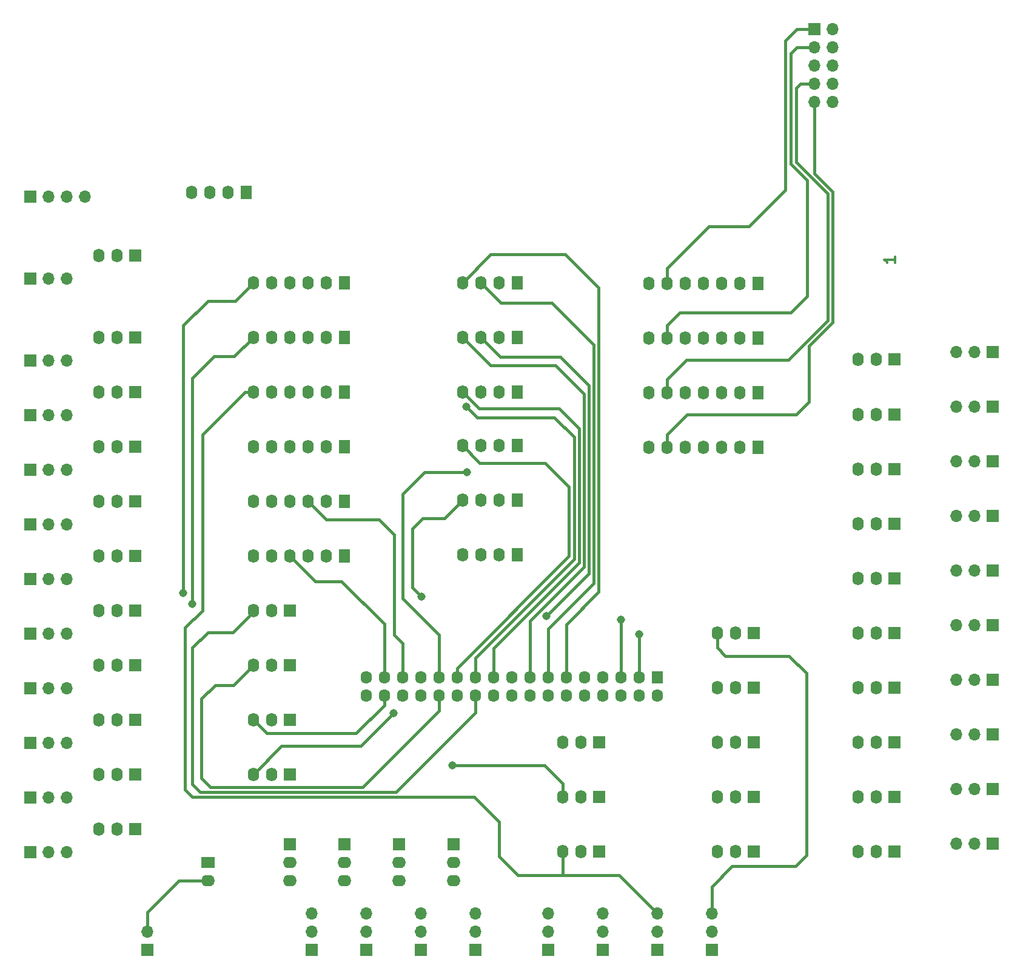
<source format=gbr>
%TF.GenerationSoftware,KiCad,Pcbnew,6.0.8-f2edbf62ab~116~ubuntu20.04.1*%
%TF.CreationDate,2022-12-16T17:31:30-08:00*%
%TF.ProjectId,RRIB2,52524942-322e-46b6-9963-61645f706362,V1.0*%
%TF.SameCoordinates,PX4fefde0PYc90dba0*%
%TF.FileFunction,Copper,L1,Top*%
%TF.FilePolarity,Positive*%
%FSLAX46Y46*%
G04 Gerber Fmt 4.6, Leading zero omitted, Abs format (unit mm)*
G04 Created by KiCad (PCBNEW 6.0.8-f2edbf62ab~116~ubuntu20.04.1) date 2022-12-16 17:31:30*
%MOMM*%
%LPD*%
G01*
G04 APERTURE LIST*
%ADD10C,0.300000*%
%TA.AperFunction,NonConductor*%
%ADD11C,0.300000*%
%TD*%
%TA.AperFunction,ComponentPad*%
%ADD12R,1.600200X1.905000*%
%TD*%
%TA.AperFunction,ComponentPad*%
%ADD13O,1.600200X1.905000*%
%TD*%
%TA.AperFunction,ComponentPad*%
%ADD14R,1.651000X1.778000*%
%TD*%
%TA.AperFunction,ComponentPad*%
%ADD15R,1.905000X1.600200*%
%TD*%
%TA.AperFunction,ComponentPad*%
%ADD16O,1.905000X1.600200*%
%TD*%
%TA.AperFunction,ComponentPad*%
%ADD17R,1.778000X1.651000*%
%TD*%
%TA.AperFunction,ComponentPad*%
%ADD18R,1.700000X1.700000*%
%TD*%
%TA.AperFunction,ComponentPad*%
%ADD19O,1.700000X1.700000*%
%TD*%
%TA.AperFunction,ComponentPad*%
%ADD20R,1.600200X1.778000*%
%TD*%
%TA.AperFunction,ComponentPad*%
%ADD21O,1.600200X1.778000*%
%TD*%
%TA.AperFunction,ViaPad*%
%ADD22C,1.143000*%
%TD*%
%TA.AperFunction,Conductor*%
%ADD23C,0.381000*%
%TD*%
G04 APERTURE END LIST*
D10*
D11*
X123233571Y100123572D02*
X123233571Y99266429D01*
X123233571Y99695000D02*
X121733571Y99695000D01*
X121947857Y99552143D01*
X122090714Y99409286D01*
X122162142Y99266429D01*
D12*
%TO.P,J79,1,Pin_1*%
%TO.N,/GND*%
X32639000Y109093000D03*
D13*
%TO.P,J79,2,Pin_2*%
%TO.N,/3V3*%
X30099000Y109093000D03*
%TO.P,J79,3,Pin_3*%
%TO.N,/SCL*%
X27559000Y109093000D03*
%TO.P,J79,4,Pin_4*%
%TO.N,/SDA*%
X25019000Y109093000D03*
%TD*%
D14*
%TO.P,J6,1,Pin_1*%
%TO.N,/GND*%
X17145000Y50800000D03*
D13*
%TO.P,J6,2,Pin_2*%
%TO.N,/5V0*%
X14605000Y50800000D03*
%TO.P,J6,3,Pin_3*%
%TO.N,/DIO5*%
X12065000Y50800000D03*
%TD*%
D12*
%TO.P,J81,1,Pin_1*%
%TO.N,/GND*%
X104140000Y88773000D03*
D13*
%TO.P,J81,2,Pin_2*%
%TO.N,/5V0*%
X101600000Y88773000D03*
%TO.P,J81,3,Pin_3*%
%TO.N,/SCLK*%
X99060000Y88773000D03*
%TO.P,J81,4,Pin_4*%
%TO.N,/MOSI*%
X96520000Y88773000D03*
%TO.P,J81,5,Pin_5*%
%TO.N,/MISO*%
X93980000Y88773000D03*
%TO.P,J81,6,Pin_6*%
%TO.N,/~{CS1}*%
X91440000Y88773000D03*
%TO.P,J81,7,Pin_7*%
%TO.N,/3V3*%
X88900000Y88773000D03*
%TD*%
D14*
%TO.P,J66,1,Pin_1*%
%TO.N,/GND*%
X123190000Y17145000D03*
D13*
%TO.P,J66,2,Pin_2*%
%TO.N,/6V0*%
X120650000Y17145000D03*
%TO.P,J66,3,Pin_3*%
%TO.N,/PWM9*%
X118110000Y17145000D03*
%TD*%
D14*
%TO.P,J14,1,Pin_1*%
%TO.N,/GND*%
X38735000Y27940000D03*
D13*
%TO.P,J14,2,Pin_2*%
%TO.N,/5V0*%
X36195000Y27940000D03*
%TO.P,J14,3,Pin_3*%
%TO.N,/DIO25*%
X33655000Y27940000D03*
%TD*%
D14*
%TO.P,J47,1,Pin_1*%
%TO.N,/GND*%
X103505000Y24765000D03*
D13*
%TO.P,J47,2,Pin_2*%
%TO.N,/5V0*%
X100965000Y24765000D03*
%TO.P,J47,3,Pin_3*%
%TO.N,/AIN6*%
X98425000Y24765000D03*
%TD*%
D12*
%TO.P,J25,1,Pin_1*%
%TO.N,/GND*%
X70485000Y96520000D03*
D13*
%TO.P,J25,2,Pin_2*%
%TO.N,/5V0*%
X67945000Y96520000D03*
%TO.P,J25,3,Pin_3*%
%TO.N,/A0*%
X65405000Y96520000D03*
%TO.P,J25,4,Pin_4*%
%TO.N,/B0*%
X62865000Y96520000D03*
%TD*%
D14*
%TO.P,J12,1,Pin_1*%
%TO.N,/GND*%
X38735000Y43180000D03*
D13*
%TO.P,J12,2,Pin_2*%
%TO.N,/5V0*%
X36195000Y43180000D03*
%TO.P,J12,3,Pin_3*%
%TO.N,/DIO23*%
X33655000Y43180000D03*
%TD*%
D12*
%TO.P,J83,1,Pin_1*%
%TO.N,/GND*%
X104140000Y73533000D03*
D13*
%TO.P,J83,2,Pin_2*%
%TO.N,/5V0*%
X101600000Y73533000D03*
%TO.P,J83,3,Pin_3*%
%TO.N,/SCLK*%
X99060000Y73533000D03*
%TO.P,J83,4,Pin_4*%
%TO.N,/MOSI*%
X96520000Y73533000D03*
%TO.P,J83,5,Pin_5*%
%TO.N,/MISO*%
X93980000Y73533000D03*
%TO.P,J83,6,Pin_6*%
%TO.N,/~{CS3}*%
X91440000Y73533000D03*
%TO.P,J83,7,Pin_7*%
%TO.N,/3V3*%
X88900000Y73533000D03*
%TD*%
D14*
%TO.P,J42,1,Pin_1*%
%TO.N,/GND*%
X81915000Y24765000D03*
D13*
%TO.P,J42,2,Pin_2*%
%TO.N,/5V0*%
X79375000Y24765000D03*
%TO.P,J42,3,Pin_3*%
%TO.N,/AIN1*%
X76835000Y24765000D03*
%TD*%
D15*
%TO.P,J77,1,Pin_1*%
%TO.N,/RSL_GND*%
X27332000Y15614000D03*
D16*
%TO.P,J77,2,Pin_2*%
%TO.N,/RSL*%
X27332000Y13074000D03*
%TD*%
D14*
%TO.P,J60,1,Pin_1*%
%TO.N,/GND*%
X123190000Y62865000D03*
D13*
%TO.P,J60,2,Pin_2*%
%TO.N,/6V0*%
X120650000Y62865000D03*
%TO.P,J60,3,Pin_3*%
%TO.N,/PWM3*%
X118110000Y62865000D03*
%TD*%
D12*
%TO.P,J35,1,Pin_1*%
%TO.N,/GND*%
X46355000Y66040000D03*
D13*
%TO.P,J35,2,Pin_2*%
%TO.N,/5V0*%
X43815000Y66040000D03*
%TO.P,J35,3,Pin_3*%
%TO.N,/A4*%
X41275000Y66040000D03*
%TO.P,J35,4,Pin_4*%
%TO.N,/B4*%
X38735000Y66040000D03*
%TO.P,J35,5,Pin_5*%
%TO.N,/DIO4*%
X36195000Y66040000D03*
%TO.P,J35,6,Pin_6*%
%TO.N,/AIN4*%
X33655000Y66040000D03*
%TD*%
D14*
%TO.P,J45,1,Pin_1*%
%TO.N,/GND*%
X103505000Y40005000D03*
D13*
%TO.P,J45,2,Pin_2*%
%TO.N,/5V0*%
X100965000Y40005000D03*
%TO.P,J45,3,Pin_3*%
%TO.N,/AIN4*%
X98425000Y40005000D03*
%TD*%
D14*
%TO.P,J57,1,Pin_1*%
%TO.N,/GND*%
X123190000Y85852000D03*
D13*
%TO.P,J57,2,Pin_2*%
%TO.N,/6V0*%
X120650000Y85852000D03*
%TO.P,J57,3,Pin_3*%
%TO.N,/PWM0*%
X118110000Y85852000D03*
%TD*%
D14*
%TO.P,J58,1,Pin_1*%
%TO.N,/GND*%
X123190000Y78105000D03*
D13*
%TO.P,J58,2,Pin_2*%
%TO.N,/6V0*%
X120650000Y78105000D03*
%TO.P,J58,3,Pin_3*%
%TO.N,/PWM1*%
X118110000Y78105000D03*
%TD*%
D12*
%TO.P,J27,1,Pin_1*%
%TO.N,/GND*%
X70485000Y81280000D03*
D13*
%TO.P,J27,2,Pin_2*%
%TO.N,/5V0*%
X67945000Y81280000D03*
%TO.P,J27,3,Pin_3*%
%TO.N,/A2*%
X65405000Y81280000D03*
%TO.P,J27,4,Pin_4*%
%TO.N,/B2*%
X62865000Y81280000D03*
%TD*%
D12*
%TO.P,J28,1,Pin_1*%
%TO.N,/GND*%
X70485000Y73787000D03*
D13*
%TO.P,J28,2,Pin_2*%
%TO.N,/5V0*%
X67945000Y73787000D03*
%TO.P,J28,3,Pin_3*%
%TO.N,/A3*%
X65405000Y73787000D03*
%TO.P,J28,4,Pin_4*%
%TO.N,/B3*%
X62865000Y73787000D03*
%TD*%
D12*
%TO.P,J30,1,Pin_1*%
%TO.N,/GND*%
X70485000Y58547000D03*
D13*
%TO.P,J30,2,Pin_2*%
%TO.N,/5V0*%
X67945000Y58547000D03*
%TO.P,J30,3,Pin_3*%
%TO.N,/A5*%
X65405000Y58547000D03*
%TO.P,J30,4,Pin_4*%
%TO.N,/B5*%
X62865000Y58547000D03*
%TD*%
D17*
%TO.P,J40,1,Pin_1*%
%TO.N,/GND*%
X61622000Y18154000D03*
D16*
%TO.P,J40,2,Pin_2*%
%TO.N,/REV3*%
X61622000Y15614000D03*
%TO.P,J40,3,Pin_3*%
%TO.N,/FWD3*%
X61622000Y13074000D03*
%TD*%
D14*
%TO.P,J44,1,Pin_1*%
%TO.N,/GND*%
X103505000Y47625000D03*
D13*
%TO.P,J44,2,Pin_2*%
%TO.N,/5V0*%
X100965000Y47625000D03*
%TO.P,J44,3,Pin_3*%
%TO.N,/AIN3*%
X98425000Y47625000D03*
%TD*%
D14*
%TO.P,J10,1,Pin_1*%
%TO.N,/GND*%
X17145000Y20320000D03*
D13*
%TO.P,J10,2,Pin_2*%
%TO.N,/5V0*%
X14605000Y20320000D03*
%TO.P,J10,3,Pin_3*%
%TO.N,/DIO9*%
X12065000Y20320000D03*
%TD*%
D14*
%TO.P,J78,1,Pin_1*%
%TO.N,/GND*%
X17145000Y100330000D03*
D13*
%TO.P,J78,2,Pin_2*%
%TO.N,/RXD*%
X14605000Y100330000D03*
%TO.P,J78,3,Pin_3*%
%TO.N,/TXD*%
X12065000Y100330000D03*
%TD*%
D14*
%TO.P,J63,1,Pin_1*%
%TO.N,/GND*%
X123190000Y40005000D03*
D13*
%TO.P,J63,2,Pin_2*%
%TO.N,/6V0*%
X120650000Y40005000D03*
%TO.P,J63,3,Pin_3*%
%TO.N,/PWM6*%
X118110000Y40005000D03*
%TD*%
D12*
%TO.P,J32,1,Pin_1*%
%TO.N,/GND*%
X46355000Y88900000D03*
D13*
%TO.P,J32,2,Pin_2*%
%TO.N,/5V0*%
X43815000Y88900000D03*
%TO.P,J32,3,Pin_3*%
%TO.N,/A1*%
X41275000Y88900000D03*
%TO.P,J32,4,Pin_4*%
%TO.N,/B1*%
X38735000Y88900000D03*
%TO.P,J32,5,Pin_5*%
%TO.N,/DIO1*%
X36195000Y88900000D03*
%TO.P,J32,6,Pin_6*%
%TO.N,/AIN1*%
X33655000Y88900000D03*
%TD*%
D14*
%TO.P,J13,1,Pin_1*%
%TO.N,/GND*%
X38735000Y35560000D03*
D13*
%TO.P,J13,2,Pin_2*%
%TO.N,/5V0*%
X36195000Y35560000D03*
%TO.P,J13,3,Pin_3*%
%TO.N,/DIO24*%
X33655000Y35560000D03*
%TD*%
D14*
%TO.P,J61,1,Pin_1*%
%TO.N,/GND*%
X123190000Y55245000D03*
D13*
%TO.P,J61,2,Pin_2*%
%TO.N,/6V0*%
X120650000Y55245000D03*
%TO.P,J61,3,Pin_3*%
%TO.N,/PWM4*%
X118110000Y55245000D03*
%TD*%
D14*
%TO.P,J1,1,Pin_1*%
%TO.N,/GND*%
X17145000Y88900000D03*
D13*
%TO.P,J1,2,Pin_2*%
%TO.N,/5V0*%
X14605000Y88900000D03*
%TO.P,J1,3,Pin_3*%
%TO.N,/DIO0*%
X12065000Y88900000D03*
%TD*%
D14*
%TO.P,J3,1,Pin_1*%
%TO.N,/GND*%
X17145000Y73660000D03*
D13*
%TO.P,J3,2,Pin_2*%
%TO.N,/5V0*%
X14605000Y73660000D03*
%TO.P,J3,3,Pin_3*%
%TO.N,/DIO2*%
X12065000Y73660000D03*
%TD*%
D14*
%TO.P,J41,1,Pin_1*%
%TO.N,/GND*%
X81915000Y32385000D03*
D13*
%TO.P,J41,2,Pin_2*%
%TO.N,/5V0*%
X79375000Y32385000D03*
%TO.P,J41,3,Pin_3*%
%TO.N,/AIN0*%
X76835000Y32385000D03*
%TD*%
D17*
%TO.P,J39,1,Pin_1*%
%TO.N,/GND*%
X54002000Y18154000D03*
D16*
%TO.P,J39,2,Pin_2*%
%TO.N,/REV2*%
X54002000Y15614000D03*
%TO.P,J39,3,Pin_3*%
%TO.N,/FWD2*%
X54002000Y13074000D03*
%TD*%
D14*
%TO.P,J8,1,Pin_1*%
%TO.N,/GND*%
X17145000Y35560000D03*
D13*
%TO.P,J8,2,Pin_2*%
%TO.N,/5V0*%
X14605000Y35560000D03*
%TO.P,J8,3,Pin_3*%
%TO.N,/DIO7*%
X12065000Y35560000D03*
%TD*%
D14*
%TO.P,J43,1,Pin_1*%
%TO.N,/GND*%
X81915000Y17145000D03*
D13*
%TO.P,J43,2,Pin_2*%
%TO.N,/5V0*%
X79375000Y17145000D03*
%TO.P,J43,3,Pin_3*%
%TO.N,/AIN2*%
X76835000Y17145000D03*
%TD*%
D12*
%TO.P,J36,1,Pin_1*%
%TO.N,/GND*%
X46355000Y58420000D03*
D13*
%TO.P,J36,2,Pin_2*%
%TO.N,/5V0*%
X43815000Y58420000D03*
%TO.P,J36,3,Pin_3*%
%TO.N,/A5*%
X41275000Y58420000D03*
%TO.P,J36,4,Pin_4*%
%TO.N,/B5*%
X38735000Y58420000D03*
%TO.P,J36,5,Pin_5*%
%TO.N,/DIO5*%
X36195000Y58420000D03*
%TO.P,J36,6,Pin_6*%
%TO.N,/AIN5*%
X33655000Y58420000D03*
%TD*%
D12*
%TO.P,J31,1,Pin_1*%
%TO.N,/GND*%
X46355000Y96520000D03*
D13*
%TO.P,J31,2,Pin_2*%
%TO.N,/5V0*%
X43815000Y96520000D03*
%TO.P,J31,3,Pin_3*%
%TO.N,/A0*%
X41275000Y96520000D03*
%TO.P,J31,4,Pin_4*%
%TO.N,/B0*%
X38735000Y96520000D03*
%TO.P,J31,5,Pin_5*%
%TO.N,/DIO0*%
X36195000Y96520000D03*
%TO.P,J31,6,Pin_6*%
%TO.N,/AIN0*%
X33655000Y96520000D03*
%TD*%
D12*
%TO.P,J82,1,Pin_1*%
%TO.N,/GND*%
X104140000Y81153000D03*
D13*
%TO.P,J82,2,Pin_2*%
%TO.N,/5V0*%
X101600000Y81153000D03*
%TO.P,J82,3,Pin_3*%
%TO.N,/SCLK*%
X99060000Y81153000D03*
%TO.P,J82,4,Pin_4*%
%TO.N,/MOSI*%
X96520000Y81153000D03*
%TO.P,J82,5,Pin_5*%
%TO.N,/MISO*%
X93980000Y81153000D03*
%TO.P,J82,6,Pin_6*%
%TO.N,/~{CS2}*%
X91440000Y81153000D03*
%TO.P,J82,7,Pin_7*%
%TO.N,/3V3*%
X88900000Y81153000D03*
%TD*%
D14*
%TO.P,J59,1,Pin_1*%
%TO.N,/GND*%
X123190000Y70485000D03*
D13*
%TO.P,J59,2,Pin_2*%
%TO.N,/6V0*%
X120650000Y70485000D03*
%TO.P,J59,3,Pin_3*%
%TO.N,/PWM2*%
X118110000Y70485000D03*
%TD*%
D14*
%TO.P,J62,1,Pin_1*%
%TO.N,/GND*%
X123190000Y47625000D03*
D13*
%TO.P,J62,2,Pin_2*%
%TO.N,/6V0*%
X120650000Y47625000D03*
%TO.P,J62,3,Pin_3*%
%TO.N,/PWM5*%
X118110000Y47625000D03*
%TD*%
D14*
%TO.P,J9,1,Pin_1*%
%TO.N,/GND*%
X17145000Y27940000D03*
D13*
%TO.P,J9,2,Pin_2*%
%TO.N,/5V0*%
X14605000Y27940000D03*
%TO.P,J9,3,Pin_3*%
%TO.N,/DIO8*%
X12065000Y27940000D03*
%TD*%
D12*
%TO.P,J34,1,Pin_1*%
%TO.N,/GND*%
X46355000Y73660000D03*
D13*
%TO.P,J34,2,Pin_2*%
%TO.N,/5V0*%
X43815000Y73660000D03*
%TO.P,J34,3,Pin_3*%
%TO.N,/A3*%
X41275000Y73660000D03*
%TO.P,J34,4,Pin_4*%
%TO.N,/B3*%
X38735000Y73660000D03*
%TO.P,J34,5,Pin_5*%
%TO.N,/DIO3*%
X36195000Y73660000D03*
%TO.P,J34,6,Pin_6*%
%TO.N,/AIN3*%
X33655000Y73660000D03*
%TD*%
D14*
%TO.P,J46,1,Pin_1*%
%TO.N,/GND*%
X103505000Y32385000D03*
D13*
%TO.P,J46,2,Pin_2*%
%TO.N,/5V0*%
X100965000Y32385000D03*
%TO.P,J46,3,Pin_3*%
%TO.N,/AIN5*%
X98425000Y32385000D03*
%TD*%
D17*
%TO.P,J37,1,Pin_1*%
%TO.N,/GND*%
X38762000Y18154000D03*
D16*
%TO.P,J37,2,Pin_2*%
%TO.N,/REV0*%
X38762000Y15614000D03*
%TO.P,J37,3,Pin_3*%
%TO.N,/FWD0*%
X38762000Y13074000D03*
%TD*%
D14*
%TO.P,J65,1,Pin_1*%
%TO.N,/GND*%
X123190000Y24765000D03*
D13*
%TO.P,J65,2,Pin_2*%
%TO.N,/6V0*%
X120650000Y24765000D03*
%TO.P,J65,3,Pin_3*%
%TO.N,/PWM8*%
X118110000Y24765000D03*
%TD*%
D14*
%TO.P,J2,1,Pin_1*%
%TO.N,/GND*%
X17145000Y81280000D03*
D13*
%TO.P,J2,2,Pin_2*%
%TO.N,/5V0*%
X14605000Y81280000D03*
%TO.P,J2,3,Pin_3*%
%TO.N,/DIO1*%
X12065000Y81280000D03*
%TD*%
D12*
%TO.P,J80,1,Pin_1*%
%TO.N,/GND*%
X104140000Y96393000D03*
D13*
%TO.P,J80,2,Pin_2*%
%TO.N,/5V0*%
X101600000Y96393000D03*
%TO.P,J80,3,Pin_3*%
%TO.N,/SCLK*%
X99060000Y96393000D03*
%TO.P,J80,4,Pin_4*%
%TO.N,/MOSI*%
X96520000Y96393000D03*
%TO.P,J80,5,Pin_5*%
%TO.N,/MISO*%
X93980000Y96393000D03*
%TO.P,J80,6,Pin_6*%
%TO.N,/~{CS0}*%
X91440000Y96393000D03*
%TO.P,J80,7,Pin_7*%
%TO.N,/3V3*%
X88900000Y96393000D03*
%TD*%
D14*
%TO.P,J64,1,Pin_1*%
%TO.N,/GND*%
X123190000Y32385000D03*
D13*
%TO.P,J64,2,Pin_2*%
%TO.N,/6V0*%
X120650000Y32385000D03*
%TO.P,J64,3,Pin_3*%
%TO.N,/PWM7*%
X118110000Y32385000D03*
%TD*%
D12*
%TO.P,J26,1,Pin_1*%
%TO.N,/GND*%
X70485000Y88900000D03*
D13*
%TO.P,J26,2,Pin_2*%
%TO.N,/5V0*%
X67945000Y88900000D03*
%TO.P,J26,3,Pin_3*%
%TO.N,/A1*%
X65405000Y88900000D03*
%TO.P,J26,4,Pin_4*%
%TO.N,/B1*%
X62865000Y88900000D03*
%TD*%
D14*
%TO.P,J4,1,Pin_1*%
%TO.N,/GND*%
X17145000Y66040000D03*
D13*
%TO.P,J4,2,Pin_2*%
%TO.N,/5V0*%
X14605000Y66040000D03*
%TO.P,J4,3,Pin_3*%
%TO.N,/DIO3*%
X12065000Y66040000D03*
%TD*%
D14*
%TO.P,J11,1,Pin_1*%
%TO.N,/GND*%
X38735000Y50800000D03*
D13*
%TO.P,J11,2,Pin_2*%
%TO.N,/5V0*%
X36195000Y50800000D03*
%TO.P,J11,3,Pin_3*%
%TO.N,/DIO22*%
X33655000Y50800000D03*
%TD*%
D14*
%TO.P,J7,1,Pin_1*%
%TO.N,/GND*%
X17145000Y43180000D03*
D13*
%TO.P,J7,2,Pin_2*%
%TO.N,/5V0*%
X14605000Y43180000D03*
%TO.P,J7,3,Pin_3*%
%TO.N,/DIO6*%
X12065000Y43180000D03*
%TD*%
D14*
%TO.P,J5,1,Pin_1*%
%TO.N,/GND*%
X17145000Y58420000D03*
D13*
%TO.P,J5,2,Pin_2*%
%TO.N,/5V0*%
X14605000Y58420000D03*
%TO.P,J5,3,Pin_3*%
%TO.N,/DIO4*%
X12065000Y58420000D03*
%TD*%
D17*
%TO.P,J38,1,Pin_1*%
%TO.N,/GND*%
X46382000Y18154000D03*
D16*
%TO.P,J38,2,Pin_2*%
%TO.N,/REV1*%
X46382000Y15614000D03*
%TO.P,J38,3,Pin_3*%
%TO.N,/FWD1*%
X46382000Y13074000D03*
%TD*%
D12*
%TO.P,J29,1,Pin_1*%
%TO.N,/GND*%
X70485000Y66167000D03*
D13*
%TO.P,J29,2,Pin_2*%
%TO.N,/5V0*%
X67945000Y66167000D03*
%TO.P,J29,3,Pin_3*%
%TO.N,/A4*%
X65405000Y66167000D03*
%TO.P,J29,4,Pin_4*%
%TO.N,/B4*%
X62865000Y66167000D03*
%TD*%
D14*
%TO.P,J48,1,Pin_1*%
%TO.N,/GND*%
X103505000Y17145000D03*
D13*
%TO.P,J48,2,Pin_2*%
%TO.N,/5V0*%
X100965000Y17145000D03*
%TO.P,J48,3,Pin_3*%
%TO.N,/AIN7*%
X98425000Y17145000D03*
%TD*%
D12*
%TO.P,J33,1,Pin_1*%
%TO.N,/GND*%
X46355000Y81280000D03*
D13*
%TO.P,J33,2,Pin_2*%
%TO.N,/5V0*%
X43815000Y81280000D03*
%TO.P,J33,3,Pin_3*%
%TO.N,/A2*%
X41275000Y81280000D03*
%TO.P,J33,4,Pin_4*%
%TO.N,/B2*%
X38735000Y81280000D03*
%TO.P,J33,5,Pin_5*%
%TO.N,/DIO2*%
X36195000Y81280000D03*
%TO.P,J33,6,Pin_6*%
%TO.N,/AIN2*%
X33655000Y81280000D03*
%TD*%
D18*
%TO.P,J69,1,Pin_1*%
%TO.N,/GND*%
X136878060Y71579740D03*
D19*
%TO.P,J69,2,Pin_2*%
%TO.N,/6V0*%
X134338060Y71579740D03*
%TO.P,J69,3,Pin_3*%
%TO.N,/PWM2*%
X131798060Y71579740D03*
%TD*%
D18*
%TO.P,J52,1,Pin_1*%
%TO.N,/GND*%
X64622680Y3495040D03*
D19*
%TO.P,J52,2,Pin_2*%
%TO.N,/REV3*%
X64622680Y6035040D03*
%TO.P,J52,3,Pin_3*%
%TO.N,/FWD3*%
X64622680Y8575040D03*
%TD*%
D18*
%TO.P,J18,1,Pin_1*%
%TO.N,/GND*%
X2517140Y62842140D03*
D19*
%TO.P,J18,2,Pin_2*%
%TO.N,/5V0*%
X5057140Y62842140D03*
%TO.P,J18,3,Pin_3*%
%TO.N,/DIO3*%
X7597140Y62842140D03*
%TD*%
D18*
%TO.P,J17,1,Pin_1*%
%TO.N,/GND*%
X2517140Y70462140D03*
D19*
%TO.P,J17,2,Pin_2*%
%TO.N,/5V0*%
X5057140Y70462140D03*
%TO.P,J17,3,Pin_3*%
%TO.N,/DIO2*%
X7597140Y70462140D03*
%TD*%
D18*
%TO.P,J19,1,Pin_1*%
%TO.N,/GND*%
X2517140Y55222140D03*
D19*
%TO.P,J19,2,Pin_2*%
%TO.N,/5V0*%
X5057140Y55222140D03*
%TO.P,J19,3,Pin_3*%
%TO.N,/DIO4*%
X7597140Y55222140D03*
%TD*%
D18*
%TO.P,J73,1,Pin_1*%
%TO.N,/GND*%
X136878060Y41099740D03*
D19*
%TO.P,J73,2,Pin_2*%
%TO.N,/6V0*%
X134338060Y41099740D03*
%TO.P,J73,3,Pin_3*%
%TO.N,/PWM6*%
X131798060Y41099740D03*
%TD*%
D18*
%TO.P,J76,1,Pin_1*%
%TO.N,/GND*%
X136878060Y18239740D03*
D19*
%TO.P,J76,2,Pin_2*%
%TO.N,/6V0*%
X134338060Y18239740D03*
%TO.P,J76,3,Pin_3*%
%TO.N,/PWM9*%
X131798060Y18239740D03*
%TD*%
D18*
%TO.P,J23,1,Pin_1*%
%TO.N,/GND*%
X2517140Y24742140D03*
D19*
%TO.P,J23,2,Pin_2*%
%TO.N,/5V0*%
X5057140Y24742140D03*
%TO.P,J23,3,Pin_3*%
%TO.N,/DIO8*%
X7597140Y24742140D03*
%TD*%
D18*
%TO.P,J74,1,Pin_1*%
%TO.N,/GND*%
X136878060Y33479740D03*
D19*
%TO.P,J74,2,Pin_2*%
%TO.N,/6V0*%
X134338060Y33479740D03*
%TO.P,J74,3,Pin_3*%
%TO.N,/PWM7*%
X131798060Y33479740D03*
%TD*%
D18*
%TO.P,J70,1,Pin_1*%
%TO.N,/GND*%
X136878060Y63959740D03*
D19*
%TO.P,J70,2,Pin_2*%
%TO.N,/6V0*%
X134338060Y63959740D03*
%TO.P,J70,3,Pin_3*%
%TO.N,/PWM3*%
X131798060Y63959740D03*
%TD*%
D18*
%TO.P,J56,1,Pin_1*%
%TO.N,/GND*%
X97629980Y3495040D03*
D19*
%TO.P,J56,2,Pin_2*%
%TO.N,/5V0*%
X97629980Y6035040D03*
%TO.P,J56,3,Pin_3*%
%TO.N,/AIN3*%
X97629980Y8575040D03*
%TD*%
D18*
%TO.P,J71,1,Pin_1*%
%TO.N,/GND*%
X136878060Y56339740D03*
D19*
%TO.P,J71,2,Pin_2*%
%TO.N,/6V0*%
X134338060Y56339740D03*
%TO.P,J71,3,Pin_3*%
%TO.N,/PWM4*%
X131798060Y56339740D03*
%TD*%
D18*
%TO.P,J67,1,Pin_1*%
%TO.N,/GND*%
X136878060Y86819740D03*
D19*
%TO.P,J67,2,Pin_2*%
%TO.N,/6V0*%
X134338060Y86819740D03*
%TO.P,J67,3,Pin_3*%
%TO.N,/PWM0*%
X131798060Y86819740D03*
%TD*%
D18*
%TO.P,J55,1,Pin_1*%
%TO.N,/GND*%
X90009980Y3495040D03*
D19*
%TO.P,J55,2,Pin_2*%
%TO.N,/5V0*%
X90009980Y6035040D03*
%TO.P,J55,3,Pin_3*%
%TO.N,/AIN2*%
X90009980Y8575040D03*
%TD*%
D18*
%TO.P,J54,1,Pin_1*%
%TO.N,/GND*%
X82389980Y3495040D03*
D19*
%TO.P,J54,2,Pin_2*%
%TO.N,/5V0*%
X82389980Y6035040D03*
%TO.P,J54,3,Pin_3*%
%TO.N,/AIN1*%
X82389980Y8575040D03*
%TD*%
D18*
%TO.P,J51,1,Pin_1*%
%TO.N,/GND*%
X57002680Y3495040D03*
D19*
%TO.P,J51,2,Pin_2*%
%TO.N,/REV2*%
X57002680Y6035040D03*
%TO.P,J51,3,Pin_3*%
%TO.N,/FWD2*%
X57002680Y8575040D03*
%TD*%
D18*
%TO.P,J68,1,Pin_1*%
%TO.N,/GND*%
X136878060Y79199740D03*
D19*
%TO.P,J68,2,Pin_2*%
%TO.N,/6V0*%
X134338060Y79199740D03*
%TO.P,J68,3,Pin_3*%
%TO.N,/PWM1*%
X131798060Y79199740D03*
%TD*%
D20*
%TO.P,J87,1,Pin_1*%
%TO.N,/5V0*%
X90017600Y41452800D03*
D21*
%TO.P,J87,2,Pin_2*%
%TO.N,unconnected-(J87-Pad2)*%
X90017600Y38912800D03*
%TO.P,J87,3,Pin_3*%
%TO.N,/AIN4*%
X87477600Y41452800D03*
%TO.P,J87,4,Pin_4*%
%TO.N,unconnected-(J87-Pad4)*%
X87477600Y38912800D03*
%TO.P,J87,5,Pin_5*%
%TO.N,/AIN5*%
X84937600Y41452800D03*
%TO.P,J87,6,Pin_6*%
%TO.N,/GND*%
X84937600Y38912800D03*
%TO.P,J87,7,Pin_7*%
%TO.N,/AIN6*%
X82397600Y41452800D03*
%TO.P,J87,8,Pin_8*%
%TO.N,/GND*%
X82397600Y38912800D03*
%TO.P,J87,9,Pin_9*%
%TO.N,/AIN7*%
X79857600Y41452800D03*
%TO.P,J87,10,Pin_10*%
%TO.N,unconnected-(J87-Pad10)*%
X79857600Y38912800D03*
%TO.P,J87,11,Pin_11*%
%TO.N,/B0*%
X77317600Y41452800D03*
%TO.P,J87,12,Pin_12*%
%TO.N,/GND*%
X77317600Y38912800D03*
%TO.P,J87,13,Pin_13*%
%TO.N,/A0*%
X74777600Y41452800D03*
%TO.P,J87,14,Pin_14*%
%TO.N,unconnected-(J87-Pad14)*%
X74777600Y38912800D03*
%TO.P,J87,15,Pin_15*%
%TO.N,/B1*%
X72237600Y41452800D03*
%TO.P,J87,16,Pin_16*%
%TO.N,/GND*%
X72237600Y38912800D03*
%TO.P,J87,17,Pin_17*%
%TO.N,/A1*%
X69697600Y41452800D03*
%TO.P,J87,18,Pin_18*%
%TO.N,/A5*%
X69697600Y38912800D03*
%TO.P,J87,19,Pin_19*%
%TO.N,/B2*%
X67157600Y41452800D03*
%TO.P,J87,20,Pin_20*%
%TO.N,/GND*%
X67157600Y38912800D03*
%TO.P,J87,21,Pin_21*%
%TO.N,/A2*%
X64617600Y41452800D03*
%TO.P,J87,22,Pin_22*%
%TO.N,/DIO22*%
X64617600Y38912800D03*
%TO.P,J87,23,Pin_23*%
%TO.N,/B3*%
X62077600Y41452800D03*
%TO.P,J87,24,Pin_24*%
%TO.N,/GND*%
X62077600Y38912800D03*
%TO.P,J87,25,Pin_25*%
%TO.N,/A3*%
X59537600Y41452800D03*
%TO.P,J87,26,Pin_26*%
%TO.N,/DIO23*%
X59537600Y38912800D03*
%TO.P,J87,27,Pin_27*%
%TO.N,/B4*%
X56997600Y41452800D03*
%TO.P,J87,28,Pin_28*%
%TO.N,/GND*%
X56997600Y38912800D03*
%TO.P,J87,29,Pin_29*%
%TO.N,/A4*%
X54457600Y41452800D03*
%TO.P,J87,30,Pin_30*%
%TO.N,/GND*%
X54457600Y38912800D03*
%TO.P,J87,31,Pin_31*%
%TO.N,/B5*%
X51917600Y41452800D03*
%TO.P,J87,32,Pin_32*%
%TO.N,/DIO24*%
X51917600Y38912800D03*
%TO.P,J87,33,Pin_33*%
%TO.N,unconnected-(J87-Pad33)*%
X49377600Y41452800D03*
%TO.P,J87,34,Pin_34*%
%TO.N,/DIO25*%
X49377600Y38912800D03*
%TD*%
D18*
%TO.P,J15,1,Pin_1*%
%TO.N,/GND*%
X2517140Y85702140D03*
D19*
%TO.P,J15,2,Pin_2*%
%TO.N,/5V0*%
X5057140Y85702140D03*
%TO.P,J15,3,Pin_3*%
%TO.N,/DIO0*%
X7597140Y85702140D03*
%TD*%
D18*
%TO.P,J85,1,Pin_1*%
%TO.N,/GND*%
X2517140Y97132140D03*
D19*
%TO.P,J85,2,Pin_2*%
%TO.N,/RXD*%
X5057140Y97132140D03*
%TO.P,J85,3,Pin_3*%
%TO.N,/TXD*%
X7597140Y97132140D03*
%TD*%
D18*
%TO.P,J53,1,Pin_1*%
%TO.N,/GND*%
X74769980Y3495040D03*
D19*
%TO.P,J53,2,Pin_2*%
%TO.N,/5V0*%
X74769980Y6035040D03*
%TO.P,J53,3,Pin_3*%
%TO.N,/AIN0*%
X74769980Y8575040D03*
%TD*%
D18*
%TO.P,J20,1,Pin_1*%
%TO.N,/GND*%
X2517140Y47602140D03*
D19*
%TO.P,J20,2,Pin_2*%
%TO.N,/5V0*%
X5057140Y47602140D03*
%TO.P,J20,3,Pin_3*%
%TO.N,/DIO5*%
X7597140Y47602140D03*
%TD*%
D18*
%TO.P,J75,1,Pin_1*%
%TO.N,/GND*%
X136878060Y25859740D03*
D19*
%TO.P,J75,2,Pin_2*%
%TO.N,/6V0*%
X134338060Y25859740D03*
%TO.P,J75,3,Pin_3*%
%TO.N,/PWM8*%
X131798060Y25859740D03*
%TD*%
D18*
%TO.P,J86,1,Pin_1*%
%TO.N,/GND*%
X2517140Y108562140D03*
D19*
%TO.P,J86,2,Pin_2*%
%TO.N,/3V3*%
X5057140Y108562140D03*
%TO.P,J86,3,Pin_3*%
%TO.N,/SCL*%
X7597140Y108562140D03*
%TO.P,J86,4,Pin_4*%
%TO.N,/SDA*%
X10137140Y108562140D03*
%TD*%
D18*
%TO.P,J84,1,Pin_1*%
%TO.N,/RSL_GND*%
X18879820Y3495040D03*
D19*
%TO.P,J84,2,Pin_2*%
%TO.N,/RSL*%
X18879820Y6035040D03*
%TD*%
D18*
%TO.P,J21,1,Pin_1*%
%TO.N,/GND*%
X2517140Y39982140D03*
D19*
%TO.P,J21,2,Pin_2*%
%TO.N,/5V0*%
X5057140Y39982140D03*
%TO.P,J21,3,Pin_3*%
%TO.N,/DIO6*%
X7597140Y39982140D03*
%TD*%
D18*
%TO.P,J50,1,Pin_1*%
%TO.N,/GND*%
X49382680Y3495040D03*
D19*
%TO.P,J50,2,Pin_2*%
%TO.N,/REV1*%
X49382680Y6035040D03*
%TO.P,J50,3,Pin_3*%
%TO.N,/FWD1*%
X49382680Y8575040D03*
%TD*%
D18*
%TO.P,J24,1,Pin_1*%
%TO.N,/GND*%
X2517140Y17122140D03*
D19*
%TO.P,J24,2,Pin_2*%
%TO.N,/5V0*%
X5057140Y17122140D03*
%TO.P,J24,3,Pin_3*%
%TO.N,/DIO9*%
X7597140Y17122140D03*
%TD*%
D18*
%TO.P,J16,1,Pin_1*%
%TO.N,/GND*%
X2517140Y78082140D03*
D19*
%TO.P,J16,2,Pin_2*%
%TO.N,/5V0*%
X5057140Y78082140D03*
%TO.P,J16,3,Pin_3*%
%TO.N,/DIO1*%
X7597140Y78082140D03*
%TD*%
D18*
%TO.P,J88,1,Pin_1*%
%TO.N,/~{CS0}*%
X111988600Y131889500D03*
D19*
%TO.P,J88,2,Pin_2*%
%TO.N,/GND*%
X114528600Y131889500D03*
%TO.P,J88,3,Pin_3*%
%TO.N,/~{CS1}*%
X111988600Y129349500D03*
%TO.P,J88,4,Pin_4*%
%TO.N,/SCLK*%
X114528600Y129349500D03*
%TO.P,J88,5,Pin_5*%
%TO.N,/5V0*%
X111988600Y126809500D03*
%TO.P,J88,6,Pin_6*%
%TO.N,/MOSI*%
X114528600Y126809500D03*
%TO.P,J88,7,Pin_7*%
%TO.N,/~{CS2}*%
X111988600Y124269500D03*
%TO.P,J88,8,Pin_8*%
%TO.N,/MISO*%
X114528600Y124269500D03*
%TO.P,J88,9,Pin_9*%
%TO.N,/~{CS3}*%
X111988600Y121729500D03*
%TO.P,J88,10,Pin_10*%
%TO.N,/3V3*%
X114528600Y121729500D03*
%TD*%
D18*
%TO.P,J49,1,Pin_1*%
%TO.N,/GND*%
X41762680Y3495040D03*
D19*
%TO.P,J49,2,Pin_2*%
%TO.N,/REV0*%
X41762680Y6035040D03*
%TO.P,J49,3,Pin_3*%
%TO.N,/FWD0*%
X41762680Y8575040D03*
%TD*%
D18*
%TO.P,J72,1,Pin_1*%
%TO.N,/GND*%
X136878060Y48719740D03*
D19*
%TO.P,J72,2,Pin_2*%
%TO.N,/6V0*%
X134338060Y48719740D03*
%TO.P,J72,3,Pin_3*%
%TO.N,/PWM5*%
X131798060Y48719740D03*
%TD*%
D18*
%TO.P,J22,1,Pin_1*%
%TO.N,/GND*%
X2517140Y32362140D03*
D19*
%TO.P,J22,2,Pin_2*%
%TO.N,/5V0*%
X5057140Y32362140D03*
%TO.P,J22,3,Pin_3*%
%TO.N,/DIO7*%
X7597140Y32362140D03*
%TD*%
D22*
%TO.N,/DIO25*%
X53213000Y36449000D03*
%TO.N,/A1*%
X74549000Y50038000D03*
%TO.N,/A2*%
X63373000Y79248000D03*
%TO.N,/A3*%
X63500000Y70104000D03*
%TO.N,/B4*%
X57150000Y52705000D03*
%TO.N,/AIN0*%
X23876000Y53213000D03*
%TO.N,/AIN1*%
X25146000Y51689000D03*
X61468000Y29210000D03*
%TO.N,/AIN4*%
X87503000Y47498000D03*
%TO.N,/AIN5*%
X84963000Y49530000D03*
%TD*%
D23*
%TO.N,/DIO22*%
X64617600Y36550600D02*
X53543699Y25476699D01*
X64617600Y38912800D02*
X64617600Y36550600D01*
X33655000Y50647600D02*
X33655000Y50800000D01*
X25146000Y26543000D02*
X25146000Y45593000D01*
X53543699Y25476699D02*
X26212301Y25476699D01*
X27305000Y47752000D02*
X30759400Y47752000D01*
X30759400Y47752000D02*
X33655000Y50647600D01*
X25146000Y45593000D02*
X27305000Y47752000D01*
X26212301Y25476699D02*
X25146000Y26543000D01*
%TO.N,/DIO23*%
X30861000Y40386000D02*
X33655000Y43180000D01*
X59537600Y38912800D02*
X59537600Y36804600D01*
X28321000Y40386000D02*
X30861000Y40386000D01*
X27686000Y26162000D02*
X26416000Y27432000D01*
X59537600Y36804600D02*
X48895000Y26162000D01*
X26416000Y38481000D02*
X28321000Y40386000D01*
X26416000Y27432000D02*
X26416000Y38481000D01*
X48895000Y26162000D02*
X27686000Y26162000D01*
%TO.N,/DIO24*%
X51917600Y37566600D02*
X48006000Y33655000D01*
X35560000Y33655000D02*
X33655000Y35560000D01*
X48006000Y33655000D02*
X35560000Y33655000D01*
X51917600Y38912800D02*
X51917600Y37566600D01*
%TO.N,/DIO25*%
X48641000Y31877000D02*
X53213000Y36449000D01*
X37592000Y31877000D02*
X48641000Y31877000D01*
X33655000Y27940000D02*
X37592000Y31877000D01*
%TO.N,/A0*%
X68199000Y93726000D02*
X75311000Y93726000D01*
X81150505Y87886495D02*
X81150505Y54607505D01*
X74777600Y48234600D02*
X74777600Y41452800D01*
X65405000Y96520000D02*
X68199000Y93726000D01*
X75311000Y93726000D02*
X81150505Y87886495D01*
X81150505Y54607505D02*
X74777600Y48234600D01*
%TO.N,/B0*%
X77317600Y48869600D02*
X81835806Y53387806D01*
X77216000Y100457000D02*
X66802000Y100457000D01*
X66802000Y100457000D02*
X62865000Y96520000D01*
X81835806Y53387806D02*
X81835806Y95837194D01*
X77317600Y41452800D02*
X77317600Y48869600D01*
X81835806Y95837194D02*
X77216000Y100457000D01*
%TO.N,/A1*%
X68148699Y86156301D02*
X76530699Y86156301D01*
X80465204Y82221796D02*
X80465204Y55954204D01*
X80465204Y55954204D02*
X74549000Y50038000D01*
X65405000Y88900000D02*
X68148699Y86156301D01*
X76530699Y86156301D02*
X80465204Y82221796D01*
%TO.N,/B1*%
X79779903Y56919903D02*
X72237600Y49377600D01*
X72237600Y49377600D02*
X72237600Y41452800D01*
X66802000Y84963000D02*
X75819000Y84963000D01*
X75819000Y84963000D02*
X79779903Y81002097D01*
X62865000Y88900000D02*
X66802000Y84963000D01*
X79779903Y81002097D02*
X79779903Y56919903D01*
%TO.N,/A2*%
X75692000Y77724000D02*
X64897000Y77724000D01*
X78409301Y75006699D02*
X75692000Y77724000D01*
X64617600Y44170600D02*
X78409301Y57962301D01*
X64897000Y77724000D02*
X63373000Y79248000D01*
X78409301Y57962301D02*
X78409301Y75006699D01*
X64617600Y41452800D02*
X64617600Y44170600D01*
%TO.N,/B2*%
X62865000Y81280000D02*
X65151000Y78994000D01*
X79094602Y57504602D02*
X67157600Y45567600D01*
X76327000Y78994000D02*
X79094602Y76226398D01*
X79094602Y76226398D02*
X79094602Y57504602D01*
X65151000Y78994000D02*
X76327000Y78994000D01*
X67157600Y45567600D02*
X67157600Y41452800D01*
%TO.N,/A3*%
X54483000Y52451000D02*
X59537600Y47396400D01*
X57531000Y70104000D02*
X54483000Y67056000D01*
X63500000Y70104000D02*
X57531000Y70104000D01*
X54483000Y67056000D02*
X54483000Y52451000D01*
X59537600Y47396400D02*
X59537600Y41452800D01*
%TO.N,/B3*%
X74422000Y71374000D02*
X65278000Y71374000D01*
X62077600Y42773600D02*
X77724000Y58420000D01*
X77724000Y68072000D02*
X74422000Y71374000D01*
X62077600Y41452800D02*
X62077600Y42773600D01*
X65278000Y71374000D02*
X62865000Y73787000D01*
X77724000Y58420000D02*
X77724000Y68072000D01*
%TO.N,/A4*%
X54457600Y46253400D02*
X54457600Y41452800D01*
X53340000Y61341000D02*
X51181000Y63500000D01*
X54457600Y46253400D02*
X53340000Y47371000D01*
X51181000Y63500000D02*
X43815000Y63500000D01*
X43815000Y63500000D02*
X41275000Y66040000D01*
X53340000Y47371000D02*
X53340000Y61341000D01*
%TO.N,/B4*%
X55880000Y62230000D02*
X55880000Y53975000D01*
X60325000Y63627000D02*
X57277000Y63627000D01*
X55880000Y53975000D02*
X57150000Y52705000D01*
X62865000Y66167000D02*
X60325000Y63627000D01*
X57277000Y63627000D02*
X55880000Y62230000D01*
%TO.N,/B5*%
X51917600Y41452800D02*
X51917600Y48920400D01*
X45974000Y54864000D02*
X42291000Y54864000D01*
X42291000Y54864000D02*
X38735000Y58420000D01*
X51917600Y48920400D02*
X45974000Y54864000D01*
%TO.N,/AIN0*%
X31115000Y93980000D02*
X27305000Y93980000D01*
X23876000Y90551000D02*
X23876000Y53213000D01*
X27305000Y93980000D02*
X23876000Y90551000D01*
X33655000Y96520000D02*
X31115000Y93980000D01*
%TO.N,/AIN1*%
X33655000Y88900000D02*
X30988000Y86233000D01*
X28194000Y86233000D02*
X25146000Y83185000D01*
X30988000Y86233000D02*
X28194000Y86233000D01*
X25146000Y83185000D02*
X25146000Y51689000D01*
X76835000Y26670000D02*
X74295000Y29210000D01*
X74295000Y29210000D02*
X61468000Y29210000D01*
X76835000Y24765000D02*
X76835000Y26670000D01*
%TO.N,/AIN2*%
X64489602Y24791398D02*
X25119602Y24791398D01*
X24130000Y48387000D02*
X26543000Y50800000D01*
X76835000Y13843000D02*
X76835000Y17145000D01*
X67945000Y21336000D02*
X64489602Y24791398D01*
X78740000Y13843000D02*
X76835000Y13843000D01*
X25119602Y24791398D02*
X24130000Y25781000D01*
X67945000Y16510000D02*
X67945000Y21336000D01*
X78740000Y13843000D02*
X70612000Y13843000D01*
X70612000Y13843000D02*
X67945000Y16510000D01*
X84742020Y13843000D02*
X78740000Y13843000D01*
X32473900Y81280000D02*
X33655000Y81280000D01*
X26543000Y50800000D02*
X26543000Y75349100D01*
X26543000Y75349100D02*
X32473900Y81280000D01*
X24130000Y25781000D02*
X24130000Y48387000D01*
X90009980Y8575040D02*
X84742020Y13843000D01*
%TO.N,/AIN3*%
X97629980Y8575040D02*
X97629980Y12285980D01*
X108458000Y44450000D02*
X99568000Y44450000D01*
X100457000Y15113000D02*
X109347000Y15113000D01*
X99568000Y44450000D02*
X98425000Y45593000D01*
X110871000Y16637000D02*
X110871000Y42037000D01*
X98425000Y45593000D02*
X98425000Y47625000D01*
X110871000Y42037000D02*
X108458000Y44450000D01*
X97629980Y12285980D02*
X100457000Y15113000D01*
X109347000Y15113000D02*
X110871000Y16637000D01*
%TO.N,/AIN4*%
X87503000Y47498000D02*
X87477600Y47472600D01*
X87477600Y47472600D02*
X87477600Y41452800D01*
%TO.N,/AIN5*%
X84963000Y49530000D02*
X84937600Y49504600D01*
X84937600Y49504600D02*
X84937600Y41452800D01*
%TO.N,/RSL*%
X27332000Y13074000D02*
X23234000Y13074000D01*
X18879820Y8719820D02*
X18879820Y6035040D01*
X23234000Y13074000D02*
X18879820Y8719820D01*
%TO.N,/~{CS0}*%
X107950000Y130302000D02*
X109537500Y131889500D01*
X109537500Y131889500D02*
X111988600Y131889500D01*
X91440000Y98552000D02*
X97282000Y104394000D01*
X91440000Y96393000D02*
X91440000Y98552000D01*
X97282000Y104394000D02*
X102870000Y104394000D01*
X102870000Y104394000D02*
X107950000Y109474000D01*
X107950000Y109474000D02*
X107950000Y130302000D01*
%TO.N,/~{CS1}*%
X108712000Y92329000D02*
X110998000Y94615000D01*
X93218000Y92329000D02*
X108712000Y92329000D01*
X109537500Y129349500D02*
X111988600Y129349500D01*
X110998000Y110836264D02*
X108712000Y113122264D01*
X91440000Y90551000D02*
X93218000Y92329000D01*
X108712000Y128524000D02*
X109537500Y129349500D01*
X108712000Y113122264D02*
X108712000Y128524000D01*
X91440000Y88773000D02*
X91440000Y90551000D01*
X110998000Y94615000D02*
X110998000Y110836264D01*
%TO.N,/~{CS2}*%
X109474000Y123698000D02*
X110045500Y124269500D01*
X113868200Y91262200D02*
X113868200Y108935932D01*
X113868200Y108935932D02*
X109474000Y113330132D01*
X94107000Y85725000D02*
X108331000Y85725000D01*
X109474000Y113330132D02*
X109474000Y123698000D01*
X108331000Y85725000D02*
X113868200Y91262200D01*
X91440000Y83058000D02*
X94107000Y85725000D01*
X91440000Y81153000D02*
X91440000Y83058000D01*
X110045500Y124269500D02*
X111988600Y124269500D01*
%TO.N,/~{CS3}*%
X109474000Y78105000D02*
X94234000Y78105000D01*
X111988600Y111785400D02*
X114554000Y109220000D01*
X114554000Y90978838D02*
X111252000Y87676838D01*
X111988600Y121729500D02*
X111988600Y111785400D01*
X91440000Y75311000D02*
X91440000Y73533000D01*
X111252000Y79883000D02*
X109474000Y78105000D01*
X114554000Y109220000D02*
X114554000Y90978838D01*
X94234000Y78105000D02*
X91440000Y75311000D01*
X111252000Y87676838D02*
X111252000Y79883000D01*
%TD*%
M02*

</source>
